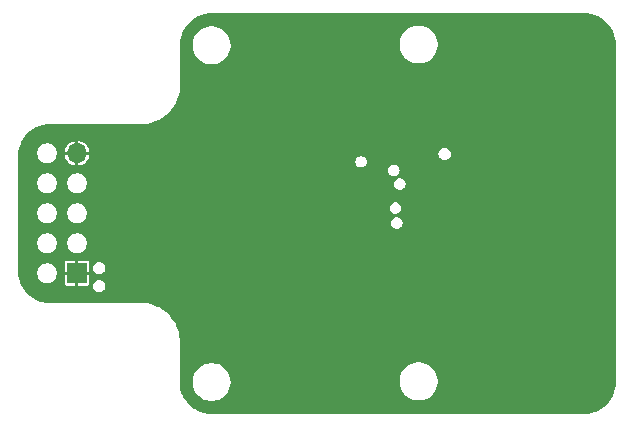
<source format=gbr>
%TF.GenerationSoftware,KiCad,Pcbnew,8.0.4*%
%TF.CreationDate,2024-07-26T08:44:17-07:00*%
%TF.ProjectId,GOLD,474f4c44-2e6b-4696-9361-645f70636258,0*%
%TF.SameCoordinates,Original*%
%TF.FileFunction,Copper,L2,Inr*%
%TF.FilePolarity,Positive*%
%FSLAX46Y46*%
G04 Gerber Fmt 4.6, Leading zero omitted, Abs format (unit mm)*
G04 Created by KiCad (PCBNEW 8.0.4) date 2024-07-26 08:44:17*
%MOMM*%
%LPD*%
G01*
G04 APERTURE LIST*
%TA.AperFunction,ComponentPad*%
%ADD10R,1.700000X1.700000*%
%TD*%
%TA.AperFunction,ComponentPad*%
%ADD11O,1.700000X1.700000*%
%TD*%
%TA.AperFunction,ViaPad*%
%ADD12C,0.350000*%
%TD*%
%TA.AperFunction,ViaPad*%
%ADD13C,0.500000*%
%TD*%
%TA.AperFunction,ViaPad*%
%ADD14C,0.800000*%
%TD*%
G04 APERTURE END LIST*
D10*
%TO.N,GND*%
%TO.C,J1*%
X-11391681Y9211679D03*
D11*
X-11391681Y19371679D03*
%TD*%
D12*
%TO.N,GND*%
X-6850481Y14732000D03*
X17533519Y17399000D03*
D13*
X33408519Y25578641D03*
D12*
X8897519Y14859000D03*
D14*
X13977519Y11811000D03*
D13*
X33484719Y14148641D03*
X33484719Y17958641D03*
X33484719Y21768641D03*
X33408519Y29388641D03*
X20962519Y18034000D03*
D12*
X8897519Y12827000D03*
D13*
X33484719Y6528641D03*
D14*
X-5707481Y8128000D03*
D13*
X33484719Y2718641D03*
D14*
X-5707481Y9652000D03*
D12*
X8897519Y17145000D03*
D14*
X-5453481Y19304000D03*
X16955869Y20320000D03*
D12*
X-6850481Y12700000D03*
X17152519Y14224000D03*
X-6850481Y17145000D03*
D13*
X33484719Y10338641D03*
%TD*%
%TA.AperFunction,Conductor*%
%TO.N,GND*%
G36*
X31555044Y31222663D02*
G01*
X31846703Y31206283D01*
X31860739Y31204702D01*
X32145244Y31156362D01*
X32159002Y31153222D01*
X32436309Y31073331D01*
X32449640Y31068666D01*
X32716249Y30958232D01*
X32728979Y30952101D01*
X32981548Y30812512D01*
X32993498Y30805003D01*
X33215277Y30647641D01*
X33228854Y30638008D01*
X33239901Y30629198D01*
X33455069Y30436910D01*
X33465051Y30426929D01*
X33657359Y30211735D01*
X33666150Y30200711D01*
X33801249Y30010306D01*
X33833148Y29965349D01*
X33840665Y29953385D01*
X33980247Y29700827D01*
X33986378Y29688097D01*
X34096810Y29421488D01*
X34101477Y29408151D01*
X34181363Y29130855D01*
X34184507Y29117079D01*
X34232842Y28832586D01*
X34234424Y28818545D01*
X34250820Y28526556D01*
X34251018Y28519492D01*
X34251018Y28465619D01*
X34251019Y28465606D01*
X34251019Y55326D01*
X34251018Y55308D01*
X34251018Y3535D01*
X34250820Y-3529D01*
X34234443Y-295187D01*
X34232861Y-309228D01*
X34184526Y-593722D01*
X34181382Y-607498D01*
X34101495Y-884797D01*
X34096828Y-898134D01*
X33986395Y-1164745D01*
X33980264Y-1177475D01*
X33840676Y-1430043D01*
X33833164Y-1441999D01*
X33666173Y-1677354D01*
X33657363Y-1688401D01*
X33465079Y-1903568D01*
X33455088Y-1913560D01*
X33239913Y-2105853D01*
X33228866Y-2114663D01*
X32993512Y-2281656D01*
X32981548Y-2289173D01*
X32728986Y-2428760D01*
X32716256Y-2434891D01*
X32449650Y-2545324D01*
X32436312Y-2549991D01*
X32159015Y-2629879D01*
X32145240Y-2633023D01*
X31860743Y-2681361D01*
X31846702Y-2682943D01*
X31555418Y-2699302D01*
X31548353Y-2699500D01*
X3540Y-2699500D01*
X-3525Y-2699302D01*
X-13780Y-2698726D01*
X-295179Y-2682921D01*
X-309219Y-2681339D01*
X-593720Y-2632999D01*
X-607496Y-2629854D01*
X-884777Y-2549968D01*
X-898107Y-2545305D01*
X-1164725Y-2434867D01*
X-1177452Y-2428737D01*
X-1430020Y-2289144D01*
X-1441983Y-2281627D01*
X-1677324Y-2114641D01*
X-1688371Y-2105831D01*
X-1903538Y-1913544D01*
X-1913529Y-1903553D01*
X-2105821Y-1688376D01*
X-2114619Y-1677344D01*
X-2281614Y-1441984D01*
X-2289127Y-1430026D01*
X-2428717Y-1177451D01*
X-2434847Y-1164721D01*
X-2545273Y-898125D01*
X-2549937Y-884797D01*
X-2629828Y-607481D01*
X-2632968Y-593722D01*
X-2681305Y-309221D01*
X-2682886Y-295184D01*
X-2699274Y-3342D01*
X-2699469Y4473D01*
X-2699199Y48494D01*
X-2698723Y126277D01*
X-1596981Y126277D01*
X-1596981Y-126277D01*
X-1557472Y-375721D01*
X-1557471Y-375725D01*
X-1482166Y-607493D01*
X-1479429Y-615914D01*
X-1364772Y-840941D01*
X-1216325Y-1045261D01*
X-1216323Y-1045263D01*
X-1216321Y-1045266D01*
X-1037748Y-1223839D01*
X-1037745Y-1223841D01*
X-1037742Y-1223844D01*
X-833422Y-1372291D01*
X-608395Y-1486948D01*
X-368202Y-1564991D01*
X-118758Y-1604500D01*
X-118755Y-1604500D01*
X133793Y-1604500D01*
X133796Y-1604500D01*
X383240Y-1564991D01*
X623433Y-1486948D01*
X848460Y-1372291D01*
X1052780Y-1223844D01*
X1231363Y-1045261D01*
X1379810Y-840941D01*
X1494467Y-615914D01*
X1572510Y-375721D01*
X1612019Y-126277D01*
X1612019Y126277D01*
X1603840Y177918D01*
X15929019Y177918D01*
X15929019Y-74636D01*
X15966176Y-309228D01*
X15968529Y-324084D01*
X16031216Y-517017D01*
X16046571Y-564273D01*
X16161228Y-789300D01*
X16309675Y-993620D01*
X16309677Y-993622D01*
X16309679Y-993625D01*
X16488252Y-1172198D01*
X16488255Y-1172200D01*
X16488258Y-1172203D01*
X16692578Y-1320650D01*
X16917605Y-1435307D01*
X17157798Y-1513350D01*
X17407242Y-1552859D01*
X17407245Y-1552859D01*
X17659793Y-1552859D01*
X17659796Y-1552859D01*
X17909240Y-1513350D01*
X18149433Y-1435307D01*
X18374460Y-1320650D01*
X18578780Y-1172203D01*
X18757363Y-993620D01*
X18905810Y-789300D01*
X19020467Y-564273D01*
X19098510Y-324080D01*
X19138019Y-74636D01*
X19138019Y177918D01*
X19098510Y427362D01*
X19020467Y667555D01*
X18905810Y892582D01*
X18757363Y1096902D01*
X18757360Y1096905D01*
X18757358Y1096908D01*
X18578785Y1275481D01*
X18578782Y1275483D01*
X18578780Y1275485D01*
X18374460Y1423932D01*
X18149433Y1538589D01*
X18149430Y1538590D01*
X18149428Y1538591D01*
X17909244Y1616631D01*
X17909242Y1616632D01*
X17909240Y1616632D01*
X17659796Y1656141D01*
X17407242Y1656141D01*
X17157798Y1616632D01*
X17157796Y1616632D01*
X17157793Y1616631D01*
X16917609Y1538591D01*
X16917603Y1538588D01*
X16692574Y1423930D01*
X16488255Y1275483D01*
X16488252Y1275481D01*
X16309679Y1096908D01*
X16309677Y1096905D01*
X16161230Y892586D01*
X16046572Y667557D01*
X16046569Y667551D01*
X15968529Y427367D01*
X15968528Y427364D01*
X15968528Y427362D01*
X15929019Y177918D01*
X1603840Y177918D01*
X1572510Y375721D01*
X1494467Y615914D01*
X1379810Y840941D01*
X1231363Y1045261D01*
X1231360Y1045264D01*
X1231358Y1045267D01*
X1052785Y1223840D01*
X1052782Y1223842D01*
X1052780Y1223844D01*
X848460Y1372291D01*
X623433Y1486948D01*
X623430Y1486949D01*
X623428Y1486950D01*
X383244Y1564990D01*
X383242Y1564991D01*
X383240Y1564991D01*
X133796Y1604500D01*
X-118758Y1604500D01*
X-368202Y1564991D01*
X-368204Y1564991D01*
X-368207Y1564990D01*
X-608391Y1486950D01*
X-608397Y1486947D01*
X-833426Y1372289D01*
X-1037745Y1223842D01*
X-1037748Y1223840D01*
X-1216321Y1045267D01*
X-1216323Y1045264D01*
X-1364770Y840945D01*
X-1479428Y615916D01*
X-1479431Y615910D01*
X-1557471Y375726D01*
X-1557472Y375723D01*
X-1557472Y375721D01*
X-1596981Y126277D01*
X-2698723Y126277D01*
X-2679186Y3318941D01*
X-2678993Y3321249D01*
X-2678831Y3376611D01*
X-2678830Y3377013D01*
X-2678818Y3379016D01*
X-2678592Y3415861D01*
X-2678594Y3415867D01*
X-2678555Y3422173D01*
X-2678752Y3425376D01*
X-2678398Y3550302D01*
X-2713635Y3894584D01*
X-2713635Y3894588D01*
X-2784733Y4233282D01*
X-2890907Y4562669D01*
X-2890913Y4562685D01*
X-2970110Y4741593D01*
X-3030995Y4879136D01*
X-3203451Y5179187D01*
X-3406381Y5459529D01*
X-3637552Y5717078D01*
X-3637559Y5717085D01*
X-3894413Y5948993D01*
X-3894424Y5949003D01*
X-4076460Y6081586D01*
X-4174163Y6152747D01*
X-4174165Y6152749D01*
X-4174170Y6152752D01*
X-4174174Y6152755D01*
X-4174181Y6152759D01*
X-4473718Y6326086D01*
X-4473722Y6326088D01*
X-4575800Y6371632D01*
X-4789766Y6467097D01*
X-4789772Y6467099D01*
X-4789781Y6467103D01*
X-5118848Y6574237D01*
X-5118857Y6574240D01*
X-5457322Y6646323D01*
X-5457333Y6646325D01*
X-5457334Y6646325D01*
X-5457337Y6646326D01*
X-5457341Y6646326D01*
X-5801514Y6682571D01*
X-5926750Y6682584D01*
X-5926822Y6682588D01*
X-5934993Y6682588D01*
X-5974551Y6682588D01*
X-5974557Y6682589D01*
X-6022147Y6682589D01*
X-6022148Y6682589D01*
X-6032296Y6682589D01*
X-6032308Y6682588D01*
X-13622484Y6682588D01*
X-13622496Y6682589D01*
X-13676705Y6682589D01*
X-13683768Y6682787D01*
X-13975427Y6699162D01*
X-13989468Y6700744D01*
X-14273965Y6749077D01*
X-14287741Y6752221D01*
X-14500736Y6813581D01*
X-14565045Y6832108D01*
X-14578374Y6836772D01*
X-14681509Y6879490D01*
X-14844983Y6947202D01*
X-14857714Y6953332D01*
X-15110285Y7092920D01*
X-15122249Y7100438D01*
X-15357597Y7267423D01*
X-15368644Y7276233D01*
X-15583822Y7468526D01*
X-15593813Y7478517D01*
X-15786108Y7693693D01*
X-15794918Y7704740D01*
X-15961904Y7940082D01*
X-15969422Y7952046D01*
X-16066670Y8128001D01*
X-10052760Y8128001D01*
X-10052760Y8128000D01*
X-10034522Y7989462D01*
X-9981047Y7860362D01*
X-9981042Y7860354D01*
X-9895981Y7749501D01*
X-9785128Y7664440D01*
X-9785121Y7664435D01*
X-9656021Y7610960D01*
X-9517481Y7592721D01*
X-9378941Y7610960D01*
X-9249841Y7664435D01*
X-9138982Y7749501D01*
X-9053916Y7860360D01*
X-9000441Y7989460D01*
X-8982202Y8128000D01*
X-9000441Y8266540D01*
X-9053916Y8395639D01*
X-9067163Y8412903D01*
X-9138982Y8506500D01*
X-9249835Y8591561D01*
X-9249843Y8591566D01*
X-9378943Y8645041D01*
X-9517481Y8663279D01*
X-9656020Y8645041D01*
X-9720571Y8618303D01*
X-9785120Y8591565D01*
X-9785121Y8591564D01*
X-9785127Y8591561D01*
X-9895981Y8506500D01*
X-9981042Y8395646D01*
X-9981045Y8395641D01*
X-9981046Y8395639D01*
X-9987118Y8380980D01*
X-10034522Y8266539D01*
X-10052760Y8128001D01*
X-16066670Y8128001D01*
X-16109013Y8204615D01*
X-16115144Y8217346D01*
X-16222085Y8475523D01*
X-16225578Y8483956D01*
X-16230244Y8497290D01*
X-16257403Y8591561D01*
X-16310134Y8774597D01*
X-16313274Y8788355D01*
X-16361615Y9072863D01*
X-16363196Y9086903D01*
X-16365609Y9129867D01*
X-16374797Y9293496D01*
X-14762381Y9293496D01*
X-14762381Y9129862D01*
X-14730457Y8969373D01*
X-14667837Y8818195D01*
X-14576928Y8682139D01*
X-14576927Y8682138D01*
X-14576922Y8682132D01*
X-14461229Y8566439D01*
X-14461223Y8566434D01*
X-14461221Y8566432D01*
X-14325165Y8475523D01*
X-14173987Y8412903D01*
X-14013498Y8380979D01*
X-14013493Y8380979D01*
X-13849869Y8380979D01*
X-13849864Y8380979D01*
X-13689375Y8412903D01*
X-13538197Y8475523D01*
X-13402141Y8566432D01*
X-13286434Y8682139D01*
X-13195525Y8818195D01*
X-13132905Y8969373D01*
X-13100981Y9129862D01*
X-13100981Y9293496D01*
X-13132905Y9453985D01*
X-13195525Y9605163D01*
X-13286434Y9741219D01*
X-13286436Y9741221D01*
X-13286441Y9741227D01*
X-13402134Y9856920D01*
X-13402140Y9856925D01*
X-13402141Y9856926D01*
X-13538197Y9947835D01*
X-13633529Y9987323D01*
X-13689372Y10010454D01*
X-13689375Y10010455D01*
X-13849864Y10042379D01*
X-14013498Y10042379D01*
X-14073216Y10030500D01*
X-14173988Y10010455D01*
X-14173991Y10010454D01*
X-14325165Y9947835D01*
X-14461223Y9856925D01*
X-14461229Y9856920D01*
X-14576922Y9741227D01*
X-14576927Y9741221D01*
X-14667837Y9605163D01*
X-14730456Y9453989D01*
X-14730457Y9453986D01*
X-14730457Y9453985D01*
X-14762381Y9293496D01*
X-16374797Y9293496D01*
X-16379537Y9377904D01*
X-16379735Y9384968D01*
X-16379735Y10081694D01*
X-12444881Y10081694D01*
X-12444881Y9338679D01*
X-11875289Y9338679D01*
X-11891681Y9277505D01*
X-11891681Y9145853D01*
X-11875289Y9084679D01*
X-12444881Y9084679D01*
X-12444881Y8341665D01*
X-12433091Y8282393D01*
X-12388181Y8215180D01*
X-12320968Y8170270D01*
X-12261696Y8158480D01*
X-12261690Y8158479D01*
X-11518681Y8158479D01*
X-11518681Y8728071D01*
X-11457507Y8711679D01*
X-11325855Y8711679D01*
X-11264681Y8728071D01*
X-11264681Y8158479D01*
X-10521672Y8158479D01*
X-10521667Y8158480D01*
X-10462395Y8170270D01*
X-10395182Y8215180D01*
X-10350272Y8282393D01*
X-10338482Y8341665D01*
X-10338481Y8341670D01*
X-10338481Y9084679D01*
X-10908073Y9084679D01*
X-10891681Y9145853D01*
X-10891681Y9277505D01*
X-10908073Y9338679D01*
X-10338481Y9338679D01*
X-10338481Y9652001D01*
X-10052760Y9652001D01*
X-10052760Y9652000D01*
X-10034522Y9513462D01*
X-9981047Y9384362D01*
X-9981042Y9384354D01*
X-9895981Y9273501D01*
X-9812073Y9209116D01*
X-9785121Y9188435D01*
X-9656021Y9134960D01*
X-9517481Y9116721D01*
X-9378941Y9134960D01*
X-9249841Y9188435D01*
X-9138982Y9273501D01*
X-9053916Y9384360D01*
X-9000441Y9513460D01*
X-8982202Y9652000D01*
X-9000441Y9790540D01*
X-9053916Y9919639D01*
X-9053921Y9919646D01*
X-9138982Y10030500D01*
X-9249835Y10115561D01*
X-9249843Y10115566D01*
X-9378943Y10169041D01*
X-9517481Y10187279D01*
X-9656020Y10169041D01*
X-9720571Y10142303D01*
X-9785120Y10115565D01*
X-9785121Y10115564D01*
X-9785127Y10115561D01*
X-9895981Y10030500D01*
X-9981042Y9919646D01*
X-9981045Y9919641D01*
X-9981046Y9919639D01*
X-10007023Y9856926D01*
X-10034522Y9790539D01*
X-10052760Y9652001D01*
X-10338481Y9652001D01*
X-10338481Y10081689D01*
X-10338482Y10081694D01*
X-10350272Y10140966D01*
X-10395182Y10208179D01*
X-10462395Y10253089D01*
X-10521667Y10264879D01*
X-11264681Y10264879D01*
X-11264681Y9695288D01*
X-11325855Y9711679D01*
X-11457507Y9711679D01*
X-11518681Y9695288D01*
X-11518681Y10264879D01*
X-12261696Y10264879D01*
X-12320968Y10253089D01*
X-12388181Y10208179D01*
X-12433091Y10140966D01*
X-12444881Y10081694D01*
X-16379735Y10081694D01*
X-16379735Y11833496D01*
X-14762381Y11833496D01*
X-14762381Y11669862D01*
X-14730457Y11509373D01*
X-14667837Y11358195D01*
X-14576928Y11222139D01*
X-14576927Y11222138D01*
X-14576922Y11222132D01*
X-14461229Y11106439D01*
X-14461223Y11106434D01*
X-14461221Y11106432D01*
X-14325165Y11015523D01*
X-14173987Y10952903D01*
X-14013498Y10920979D01*
X-14013493Y10920979D01*
X-13849869Y10920979D01*
X-13849864Y10920979D01*
X-13689375Y10952903D01*
X-13538197Y11015523D01*
X-13402141Y11106432D01*
X-13286434Y11222139D01*
X-13195525Y11358195D01*
X-13132905Y11509373D01*
X-13100981Y11669862D01*
X-13100981Y11833496D01*
X-12222381Y11833496D01*
X-12222381Y11669862D01*
X-12190457Y11509373D01*
X-12127837Y11358195D01*
X-12036928Y11222139D01*
X-12036927Y11222138D01*
X-12036922Y11222132D01*
X-11921229Y11106439D01*
X-11921223Y11106434D01*
X-11921221Y11106432D01*
X-11785165Y11015523D01*
X-11633987Y10952903D01*
X-11473498Y10920979D01*
X-11473493Y10920979D01*
X-11309869Y10920979D01*
X-11309864Y10920979D01*
X-11149375Y10952903D01*
X-10998197Y11015523D01*
X-10862141Y11106432D01*
X-10746434Y11222139D01*
X-10655525Y11358195D01*
X-10592905Y11509373D01*
X-10560981Y11669862D01*
X-10560981Y11833496D01*
X-10592905Y11993985D01*
X-10655525Y12145163D01*
X-10746434Y12281219D01*
X-10746436Y12281221D01*
X-10746441Y12281227D01*
X-10862134Y12396920D01*
X-10862140Y12396925D01*
X-10862141Y12396926D01*
X-10998197Y12487835D01*
X-11093529Y12527323D01*
X-11149372Y12550454D01*
X-11149375Y12550455D01*
X-11309864Y12582379D01*
X-11473498Y12582379D01*
X-11553743Y12566417D01*
X-11633988Y12550455D01*
X-11633991Y12550454D01*
X-11785165Y12487835D01*
X-11921223Y12396925D01*
X-11921229Y12396920D01*
X-12036922Y12281227D01*
X-12036927Y12281221D01*
X-12127837Y12145163D01*
X-12190456Y11993989D01*
X-12190457Y11993986D01*
X-12190457Y11993985D01*
X-12222381Y11833496D01*
X-13100981Y11833496D01*
X-13132905Y11993985D01*
X-13195525Y12145163D01*
X-13286434Y12281219D01*
X-13286436Y12281221D01*
X-13286441Y12281227D01*
X-13402134Y12396920D01*
X-13402140Y12396925D01*
X-13402141Y12396926D01*
X-13538197Y12487835D01*
X-13633529Y12527323D01*
X-13689372Y12550454D01*
X-13689375Y12550455D01*
X-13849864Y12582379D01*
X-14013498Y12582379D01*
X-14093743Y12566417D01*
X-14173988Y12550455D01*
X-14173991Y12550454D01*
X-14325165Y12487835D01*
X-14461223Y12396925D01*
X-14461229Y12396920D01*
X-14576922Y12281227D01*
X-14576927Y12281221D01*
X-14667837Y12145163D01*
X-14730456Y11993989D01*
X-14730457Y11993986D01*
X-14730457Y11993985D01*
X-14762381Y11833496D01*
X-16379735Y11833496D01*
X-16379735Y14373496D01*
X-14762381Y14373496D01*
X-14762381Y14209862D01*
X-14730457Y14049373D01*
X-14667837Y13898195D01*
X-14621618Y13829023D01*
X-14576927Y13762138D01*
X-14576922Y13762132D01*
X-14461229Y13646439D01*
X-14461223Y13646434D01*
X-14461221Y13646432D01*
X-14325165Y13555523D01*
X-14173987Y13492903D01*
X-14013498Y13460979D01*
X-14013493Y13460979D01*
X-13849869Y13460979D01*
X-13849864Y13460979D01*
X-13689375Y13492903D01*
X-13538197Y13555523D01*
X-13402141Y13646432D01*
X-13286434Y13762139D01*
X-13195525Y13898195D01*
X-13132905Y14049373D01*
X-13100981Y14209862D01*
X-13100981Y14373496D01*
X-12222381Y14373496D01*
X-12222381Y14209862D01*
X-12190457Y14049373D01*
X-12127837Y13898195D01*
X-12081618Y13829023D01*
X-12036927Y13762138D01*
X-12036922Y13762132D01*
X-11921229Y13646439D01*
X-11921223Y13646434D01*
X-11921221Y13646432D01*
X-11785165Y13555523D01*
X-11633987Y13492903D01*
X-11473498Y13460979D01*
X-11473493Y13460979D01*
X-11309869Y13460979D01*
X-11309864Y13460979D01*
X-11304711Y13462004D01*
X15200226Y13462004D01*
X15200226Y13461997D01*
X15219896Y13325186D01*
X15219898Y13325180D01*
X15277322Y13199438D01*
X15367837Y13094978D01*
X15367841Y13094975D01*
X15425983Y13057610D01*
X15484126Y13020244D01*
X15590474Y12989017D01*
X15616751Y12981301D01*
X15616752Y12981301D01*
X15616755Y12981300D01*
X15616758Y12981300D01*
X15754980Y12981300D01*
X15754983Y12981300D01*
X15887612Y13020244D01*
X16003898Y13094976D01*
X16094418Y13199442D01*
X16151840Y13325179D01*
X16152130Y13327203D01*
X16171512Y13461997D01*
X16171512Y13462004D01*
X16151841Y13598815D01*
X16151840Y13598816D01*
X16151840Y13598821D01*
X16094418Y13724558D01*
X16094416Y13724560D01*
X16094415Y13724563D01*
X16003900Y13829023D01*
X16003896Y13829026D01*
X15887612Y13903756D01*
X15754986Y13942700D01*
X15754983Y13942700D01*
X15616755Y13942700D01*
X15616751Y13942700D01*
X15484125Y13903756D01*
X15367841Y13829026D01*
X15367837Y13829023D01*
X15277322Y13724563D01*
X15219898Y13598821D01*
X15219896Y13598815D01*
X15200226Y13462004D01*
X-11304711Y13462004D01*
X-11149375Y13492903D01*
X-10998197Y13555523D01*
X-10862141Y13646432D01*
X-10746434Y13762139D01*
X-10655525Y13898195D01*
X-10592905Y14049373D01*
X-10560981Y14209862D01*
X-10560981Y14373496D01*
X-10592905Y14533985D01*
X-10655525Y14685163D01*
X-10686823Y14732004D01*
X15092076Y14732004D01*
X15092076Y14731997D01*
X15111746Y14595186D01*
X15111747Y14595181D01*
X15111748Y14595179D01*
X15169170Y14469442D01*
X15169172Y14469438D01*
X15259687Y14364978D01*
X15259691Y14364975D01*
X15317833Y14327610D01*
X15375976Y14290244D01*
X15482324Y14259017D01*
X15508601Y14251301D01*
X15508602Y14251301D01*
X15508605Y14251300D01*
X15508608Y14251300D01*
X15646830Y14251300D01*
X15646833Y14251300D01*
X15779462Y14290244D01*
X15895748Y14364976D01*
X15986268Y14469442D01*
X16043690Y14595179D01*
X16063362Y14732000D01*
X16063362Y14732004D01*
X16043691Y14868815D01*
X16043690Y14868816D01*
X16043690Y14868821D01*
X15986268Y14994558D01*
X15986266Y14994560D01*
X15986265Y14994563D01*
X15895750Y15099023D01*
X15895746Y15099026D01*
X15779462Y15173756D01*
X15646836Y15212700D01*
X15646833Y15212700D01*
X15508605Y15212700D01*
X15508601Y15212700D01*
X15375975Y15173756D01*
X15259691Y15099026D01*
X15259687Y15099023D01*
X15169172Y14994563D01*
X15111748Y14868821D01*
X15111746Y14868815D01*
X15092076Y14732004D01*
X-10686823Y14732004D01*
X-10746434Y14821219D01*
X-10746436Y14821221D01*
X-10746441Y14821227D01*
X-10862134Y14936920D01*
X-10862140Y14936925D01*
X-10862141Y14936926D01*
X-10998197Y15027835D01*
X-11093529Y15067323D01*
X-11149372Y15090454D01*
X-11149375Y15090455D01*
X-11309864Y15122379D01*
X-11473498Y15122379D01*
X-11553743Y15106417D01*
X-11633988Y15090455D01*
X-11633991Y15090454D01*
X-11785165Y15027835D01*
X-11921223Y14936925D01*
X-11921229Y14936920D01*
X-12036922Y14821227D01*
X-12036927Y14821221D01*
X-12127837Y14685163D01*
X-12190456Y14533989D01*
X-12190457Y14533986D01*
X-12206419Y14453741D01*
X-12222381Y14373496D01*
X-13100981Y14373496D01*
X-13132905Y14533985D01*
X-13195525Y14685163D01*
X-13286434Y14821219D01*
X-13286436Y14821221D01*
X-13286441Y14821227D01*
X-13402134Y14936920D01*
X-13402140Y14936925D01*
X-13402141Y14936926D01*
X-13538197Y15027835D01*
X-13633529Y15067323D01*
X-13689372Y15090454D01*
X-13689375Y15090455D01*
X-13849864Y15122379D01*
X-14013498Y15122379D01*
X-14093743Y15106417D01*
X-14173988Y15090455D01*
X-14173991Y15090454D01*
X-14325165Y15027835D01*
X-14461223Y14936925D01*
X-14461229Y14936920D01*
X-14576922Y14821227D01*
X-14576927Y14821221D01*
X-14667837Y14685163D01*
X-14730456Y14533989D01*
X-14730457Y14533986D01*
X-14746419Y14453741D01*
X-14762381Y14373496D01*
X-16379735Y14373496D01*
X-16379735Y16913496D01*
X-14762381Y16913496D01*
X-14762381Y16749862D01*
X-14730457Y16589373D01*
X-14667837Y16438195D01*
X-14576928Y16302139D01*
X-14576927Y16302138D01*
X-14576922Y16302132D01*
X-14461229Y16186439D01*
X-14461223Y16186434D01*
X-14461221Y16186432D01*
X-14325165Y16095523D01*
X-14173987Y16032903D01*
X-14013498Y16000979D01*
X-14013493Y16000979D01*
X-13849869Y16000979D01*
X-13849864Y16000979D01*
X-13689375Y16032903D01*
X-13538197Y16095523D01*
X-13402141Y16186432D01*
X-13286434Y16302139D01*
X-13195525Y16438195D01*
X-13132905Y16589373D01*
X-13100981Y16749862D01*
X-13100981Y16913496D01*
X-12222381Y16913496D01*
X-12222381Y16749862D01*
X-12190457Y16589373D01*
X-12127837Y16438195D01*
X-12036928Y16302139D01*
X-12036927Y16302138D01*
X-12036922Y16302132D01*
X-11921229Y16186439D01*
X-11921223Y16186434D01*
X-11921221Y16186432D01*
X-11785165Y16095523D01*
X-11633987Y16032903D01*
X-11473498Y16000979D01*
X-11473493Y16000979D01*
X-11309869Y16000979D01*
X-11309864Y16000979D01*
X-11149375Y16032903D01*
X-10998197Y16095523D01*
X-10862141Y16186432D01*
X-10746434Y16302139D01*
X-10655525Y16438195D01*
X-10592905Y16589373D01*
X-10560981Y16749862D01*
X-10560981Y16764004D01*
X15454226Y16764004D01*
X15454226Y16763997D01*
X15473896Y16627186D01*
X15473897Y16627181D01*
X15473898Y16627179D01*
X15491165Y16589370D01*
X15531322Y16501438D01*
X15621837Y16396978D01*
X15621841Y16396975D01*
X15679983Y16359610D01*
X15738126Y16322244D01*
X15844474Y16291017D01*
X15870751Y16283301D01*
X15870752Y16283301D01*
X15870755Y16283300D01*
X15870758Y16283300D01*
X16008980Y16283300D01*
X16008983Y16283300D01*
X16141612Y16322244D01*
X16257898Y16396976D01*
X16257900Y16396978D01*
X16348415Y16501438D01*
X16348415Y16501440D01*
X16348418Y16501442D01*
X16405840Y16627179D01*
X16406130Y16629203D01*
X16425512Y16763997D01*
X16425512Y16764004D01*
X16405841Y16900815D01*
X16405840Y16900816D01*
X16405840Y16900821D01*
X16348418Y17026558D01*
X16348416Y17026560D01*
X16348415Y17026563D01*
X16257900Y17131023D01*
X16257896Y17131026D01*
X16141612Y17205756D01*
X16008986Y17244700D01*
X16008983Y17244700D01*
X15870755Y17244700D01*
X15870751Y17244700D01*
X15738125Y17205756D01*
X15621841Y17131026D01*
X15621837Y17131023D01*
X15531322Y17026563D01*
X15473898Y16900821D01*
X15473896Y16900815D01*
X15454226Y16764004D01*
X-10560981Y16764004D01*
X-10560981Y16913496D01*
X-10592905Y17073985D01*
X-10655525Y17225163D01*
X-10746434Y17361219D01*
X-10746436Y17361221D01*
X-10746441Y17361227D01*
X-10862134Y17476920D01*
X-10862140Y17476925D01*
X-10862141Y17476926D01*
X-10998197Y17567835D01*
X-11093529Y17607323D01*
X-11149372Y17630454D01*
X-11149375Y17630455D01*
X-11309864Y17662379D01*
X-11473498Y17662379D01*
X-11553743Y17646417D01*
X-11633988Y17630455D01*
X-11633991Y17630454D01*
X-11785165Y17567835D01*
X-11921223Y17476925D01*
X-11921229Y17476920D01*
X-12036922Y17361227D01*
X-12036927Y17361221D01*
X-12127837Y17225163D01*
X-12190456Y17073989D01*
X-12190457Y17073986D01*
X-12190457Y17073985D01*
X-12222381Y16913496D01*
X-13100981Y16913496D01*
X-13132905Y17073985D01*
X-13195525Y17225163D01*
X-13286434Y17361219D01*
X-13286436Y17361221D01*
X-13286441Y17361227D01*
X-13402134Y17476920D01*
X-13402140Y17476925D01*
X-13402141Y17476926D01*
X-13538197Y17567835D01*
X-13633529Y17607323D01*
X-13689372Y17630454D01*
X-13689375Y17630455D01*
X-13849864Y17662379D01*
X-14013498Y17662379D01*
X-14093743Y17646417D01*
X-14173988Y17630455D01*
X-14173991Y17630454D01*
X-14325165Y17567835D01*
X-14461223Y17476925D01*
X-14461229Y17476920D01*
X-14576922Y17361227D01*
X-14576927Y17361221D01*
X-14667837Y17225163D01*
X-14730456Y17073989D01*
X-14730457Y17073986D01*
X-14730457Y17073985D01*
X-14762381Y16913496D01*
X-16379735Y16913496D01*
X-16379735Y17907004D01*
X14946226Y17907004D01*
X14946226Y17906997D01*
X14965896Y17770186D01*
X14965897Y17770181D01*
X14965898Y17770179D01*
X15023320Y17644442D01*
X15023322Y17644438D01*
X15113837Y17539978D01*
X15113841Y17539975D01*
X15171983Y17502610D01*
X15230126Y17465244D01*
X15336474Y17434017D01*
X15362751Y17426301D01*
X15362752Y17426301D01*
X15362755Y17426300D01*
X15362758Y17426300D01*
X15500980Y17426300D01*
X15500983Y17426300D01*
X15633612Y17465244D01*
X15749898Y17539976D01*
X15774038Y17567835D01*
X15840415Y17644438D01*
X15840415Y17644440D01*
X15840418Y17644442D01*
X15897840Y17770179D01*
X15917512Y17907000D01*
X15917512Y17907004D01*
X15897841Y18043815D01*
X15897840Y18043816D01*
X15897840Y18043821D01*
X15840418Y18169558D01*
X15840416Y18169560D01*
X15840415Y18169563D01*
X15749900Y18274023D01*
X15749896Y18274026D01*
X15633612Y18348756D01*
X15500986Y18387700D01*
X15500983Y18387700D01*
X15362755Y18387700D01*
X15362751Y18387700D01*
X15230125Y18348756D01*
X15113841Y18274026D01*
X15113837Y18274023D01*
X15023322Y18169563D01*
X14965898Y18043821D01*
X14965896Y18043815D01*
X14946226Y17907004D01*
X-16379735Y17907004D01*
X-16379735Y19141630D01*
X-16379537Y19148694D01*
X-16371610Y19289862D01*
X-16363159Y19440358D01*
X-16361678Y19453496D01*
X-14762381Y19453496D01*
X-14762381Y19289862D01*
X-14730457Y19129373D01*
X-14667837Y18978195D01*
X-14576928Y18842139D01*
X-14576927Y18842138D01*
X-14576922Y18842132D01*
X-14461229Y18726439D01*
X-14461223Y18726434D01*
X-14461221Y18726432D01*
X-14325165Y18635523D01*
X-14173987Y18572903D01*
X-14013498Y18540979D01*
X-14013493Y18540979D01*
X-13849869Y18540979D01*
X-13849864Y18540979D01*
X-13689375Y18572903D01*
X-13538197Y18635523D01*
X-13402141Y18726432D01*
X-13286434Y18842139D01*
X-13195525Y18978195D01*
X-13132905Y19129373D01*
X-13100981Y19289862D01*
X-13100981Y19453496D01*
X-13109969Y19498680D01*
X-12437469Y19498680D01*
X-12437468Y19498679D01*
X-11875289Y19498679D01*
X-11891681Y19437505D01*
X-11891681Y19305853D01*
X-11875289Y19244679D01*
X-12437468Y19244679D01*
X-12429644Y19165224D01*
X-12369419Y18966687D01*
X-12271622Y18783721D01*
X-12140009Y18623352D01*
X-11979640Y18491739D01*
X-11796674Y18393942D01*
X-11598137Y18333717D01*
X-11518682Y18325892D01*
X-11518681Y18325893D01*
X-11518681Y18888071D01*
X-11457507Y18871679D01*
X-11325855Y18871679D01*
X-11264681Y18888071D01*
X-11264681Y18325892D01*
X-11185226Y18333717D01*
X-10986689Y18393942D01*
X-10803723Y18491739D01*
X-10643354Y18623352D01*
X-10626733Y18643604D01*
X12171076Y18643604D01*
X12171076Y18643597D01*
X12190746Y18506786D01*
X12190747Y18506781D01*
X12190748Y18506779D01*
X12248170Y18381042D01*
X12248172Y18381038D01*
X12338687Y18276578D01*
X12338691Y18276575D01*
X12396833Y18239210D01*
X12454976Y18201844D01*
X12561324Y18170617D01*
X12587601Y18162901D01*
X12587602Y18162901D01*
X12587605Y18162900D01*
X12587608Y18162900D01*
X12725830Y18162900D01*
X12725833Y18162900D01*
X12858462Y18201844D01*
X12974748Y18276576D01*
X12974750Y18276578D01*
X13065265Y18381038D01*
X13065265Y18381040D01*
X13065268Y18381042D01*
X13122690Y18506779D01*
X13132197Y18572903D01*
X13142362Y18643597D01*
X13142362Y18643604D01*
X13122691Y18780415D01*
X13122690Y18780416D01*
X13122690Y18780421D01*
X13065268Y18906158D01*
X13065266Y18906160D01*
X13065265Y18906163D01*
X12974750Y19010623D01*
X12974746Y19010626D01*
X12858462Y19085356D01*
X12725836Y19124300D01*
X12725833Y19124300D01*
X12587605Y19124300D01*
X12587601Y19124300D01*
X12454975Y19085356D01*
X12338691Y19010626D01*
X12338687Y19010623D01*
X12248172Y18906163D01*
X12190748Y18780421D01*
X12190746Y18780415D01*
X12171076Y18643604D01*
X-10626733Y18643604D01*
X-10511741Y18783721D01*
X-10413944Y18966687D01*
X-10353719Y19165224D01*
X-10345894Y19244679D01*
X-10908073Y19244679D01*
X-10892177Y19304001D01*
X19214590Y19304001D01*
X19214590Y19304000D01*
X19232828Y19165462D01*
X19286303Y19036362D01*
X19286308Y19036354D01*
X19371369Y18925501D01*
X19480017Y18842132D01*
X19482229Y18840435D01*
X19611329Y18786960D01*
X19749869Y18768721D01*
X19888409Y18786960D01*
X20017509Y18840435D01*
X20128368Y18925501D01*
X20213434Y19036360D01*
X20266909Y19165460D01*
X20285148Y19304000D01*
X20266909Y19442540D01*
X20213434Y19571639D01*
X20213429Y19571646D01*
X20128368Y19682500D01*
X20017515Y19767561D01*
X20017507Y19767566D01*
X19888407Y19821041D01*
X19749869Y19839279D01*
X19611330Y19821041D01*
X19546779Y19794303D01*
X19482230Y19767565D01*
X19482229Y19767564D01*
X19482223Y19767561D01*
X19371369Y19682500D01*
X19286308Y19571646D01*
X19286305Y19571641D01*
X19286304Y19571639D01*
X19259566Y19507090D01*
X19232828Y19442539D01*
X19214590Y19304001D01*
X-10892177Y19304001D01*
X-10891681Y19305853D01*
X-10891681Y19437505D01*
X-10908073Y19498679D01*
X-10345894Y19498679D01*
X-10345894Y19498680D01*
X-10353719Y19578135D01*
X-10413944Y19776672D01*
X-10511741Y19959638D01*
X-10643354Y20120007D01*
X-10803723Y20251620D01*
X-10986688Y20349417D01*
X-11185221Y20409640D01*
X-11264681Y20417467D01*
X-11264681Y19855288D01*
X-11325855Y19871679D01*
X-11457507Y19871679D01*
X-11518681Y19855288D01*
X-11518681Y20417467D01*
X-11598142Y20409640D01*
X-11796675Y20349417D01*
X-11979640Y20251620D01*
X-12140009Y20120007D01*
X-12271622Y19959638D01*
X-12369419Y19776672D01*
X-12429644Y19578135D01*
X-12437469Y19498680D01*
X-13109969Y19498680D01*
X-13132905Y19613985D01*
X-13195525Y19765163D01*
X-13286434Y19901219D01*
X-13286436Y19901221D01*
X-13286441Y19901227D01*
X-13402134Y20016920D01*
X-13402140Y20016925D01*
X-13402141Y20016926D01*
X-13538197Y20107835D01*
X-13633529Y20147323D01*
X-13689372Y20170454D01*
X-13689375Y20170455D01*
X-13849864Y20202379D01*
X-14013498Y20202379D01*
X-14093743Y20186417D01*
X-14173988Y20170455D01*
X-14173991Y20170454D01*
X-14325165Y20107835D01*
X-14461223Y20016925D01*
X-14461229Y20016920D01*
X-14576922Y19901227D01*
X-14576927Y19901221D01*
X-14667837Y19765163D01*
X-14730456Y19613989D01*
X-14730457Y19613986D01*
X-14730457Y19613985D01*
X-14762381Y19453496D01*
X-16361678Y19453496D01*
X-16361577Y19454393D01*
X-16313239Y19738898D01*
X-16310097Y19752659D01*
X-16230208Y20029957D01*
X-16225544Y20043287D01*
X-16172869Y20170454D01*
X-16115109Y20309900D01*
X-16108980Y20322625D01*
X-15969392Y20575191D01*
X-15961882Y20587145D01*
X-15794881Y20822509D01*
X-15786083Y20833541D01*
X-15593779Y21048726D01*
X-15583807Y21058698D01*
X-15368622Y21250997D01*
X-15357586Y21259798D01*
X-15122219Y21426797D01*
X-15110285Y21434297D01*
X-14857682Y21573903D01*
X-14844977Y21580020D01*
X-14578347Y21690458D01*
X-14565049Y21695112D01*
X-14287721Y21775005D01*
X-14273968Y21778144D01*
X-13989456Y21826481D01*
X-13975432Y21828061D01*
X-13723023Y21842232D01*
X-13683142Y21844470D01*
X-13676081Y21844668D01*
X-13632645Y21844667D01*
X-13632642Y21844668D01*
X-6023981Y21844668D01*
X-6023927Y21844653D01*
X-5971752Y21844654D01*
X-5971752Y21844653D01*
X-5798781Y21844655D01*
X-5454732Y21880819D01*
X-5116349Y21952747D01*
X-4787337Y22059651D01*
X-4471303Y22200361D01*
X-4171708Y22373334D01*
X-3891834Y22576676D01*
X-3634748Y22808158D01*
X-3403267Y23065245D01*
X-3199927Y23345119D01*
X-3026955Y23644716D01*
X-2886247Y23960751D01*
X-2779344Y24289763D01*
X-2707418Y24628147D01*
X-2671256Y24972195D01*
X-2671256Y25097413D01*
X-2671152Y25099021D01*
X-2671169Y25106278D01*
X-2671167Y25106282D01*
X-2671255Y25145368D01*
X-2671255Y25192761D01*
X-2671255Y25201623D01*
X-2671386Y25203257D01*
X-2678853Y28519708D01*
X-2678655Y28527046D01*
X-2671771Y28649636D01*
X-1596981Y28649636D01*
X-1596981Y28397082D01*
X-1557472Y28147638D01*
X-1479429Y27907445D01*
X-1364772Y27682418D01*
X-1216325Y27478098D01*
X-1216323Y27478096D01*
X-1216321Y27478093D01*
X-1037748Y27299520D01*
X-1037745Y27299518D01*
X-1037742Y27299515D01*
X-833422Y27151068D01*
X-608395Y27036411D01*
X-368202Y26958368D01*
X-118758Y26918859D01*
X-118755Y26918859D01*
X133793Y26918859D01*
X133796Y26918859D01*
X383240Y26958368D01*
X623433Y27036411D01*
X848460Y27151068D01*
X1052780Y27299515D01*
X1231363Y27478098D01*
X1379810Y27682418D01*
X1494467Y27907445D01*
X1572510Y28147638D01*
X1612019Y28397082D01*
X1612019Y28649636D01*
X1603840Y28701277D01*
X15929019Y28701277D01*
X15929019Y28448723D01*
X15968528Y28199279D01*
X16046571Y27959086D01*
X16161228Y27734059D01*
X16309675Y27529739D01*
X16309677Y27529737D01*
X16309679Y27529734D01*
X16488252Y27351161D01*
X16488255Y27351159D01*
X16488258Y27351156D01*
X16692578Y27202709D01*
X16917605Y27088052D01*
X17157798Y27010009D01*
X17407242Y26970500D01*
X17407245Y26970500D01*
X17659793Y26970500D01*
X17659796Y26970500D01*
X17909240Y27010009D01*
X18149433Y27088052D01*
X18374460Y27202709D01*
X18578780Y27351156D01*
X18757363Y27529739D01*
X18905810Y27734059D01*
X19020467Y27959086D01*
X19098510Y28199279D01*
X19138019Y28448723D01*
X19138019Y28701277D01*
X19098510Y28950721D01*
X19020467Y29190914D01*
X18905810Y29415941D01*
X18757363Y29620261D01*
X18757360Y29620264D01*
X18757358Y29620267D01*
X18578785Y29798840D01*
X18578782Y29798842D01*
X18578780Y29798844D01*
X18374460Y29947291D01*
X18149433Y30061948D01*
X18149430Y30061949D01*
X18149428Y30061950D01*
X17909244Y30139990D01*
X17909242Y30139991D01*
X17909240Y30139991D01*
X17659796Y30179500D01*
X17407242Y30179500D01*
X17157798Y30139991D01*
X17157796Y30139991D01*
X17157793Y30139990D01*
X16917609Y30061950D01*
X16917603Y30061947D01*
X16692574Y29947289D01*
X16488255Y29798842D01*
X16488252Y29798840D01*
X16309679Y29620267D01*
X16309677Y29620264D01*
X16161230Y29415945D01*
X16046572Y29190916D01*
X16046569Y29190910D01*
X15968529Y28950726D01*
X15968528Y28950723D01*
X15968528Y28950721D01*
X15929019Y28701277D01*
X1603840Y28701277D01*
X1572510Y28899080D01*
X1494467Y29139273D01*
X1379810Y29364300D01*
X1231363Y29568620D01*
X1231360Y29568623D01*
X1231358Y29568626D01*
X1052785Y29747199D01*
X1052782Y29747201D01*
X1052780Y29747203D01*
X848460Y29895650D01*
X623433Y30010307D01*
X623430Y30010308D01*
X623428Y30010309D01*
X383244Y30088349D01*
X383242Y30088350D01*
X383240Y30088350D01*
X133796Y30127859D01*
X-118758Y30127859D01*
X-368202Y30088350D01*
X-368204Y30088350D01*
X-368207Y30088349D01*
X-608391Y30010309D01*
X-608397Y30010306D01*
X-833426Y29895648D01*
X-1037745Y29747201D01*
X-1037748Y29747199D01*
X-1216321Y29568626D01*
X-1216323Y29568623D01*
X-1364770Y29364304D01*
X-1479428Y29139275D01*
X-1479431Y29139269D01*
X-1557471Y28899085D01*
X-1557472Y28899082D01*
X-1557472Y28899080D01*
X-1596981Y28649636D01*
X-2671771Y28649636D01*
X-2662286Y28818546D01*
X-2660704Y28832587D01*
X-2612365Y29117098D01*
X-2609224Y29130855D01*
X-2529334Y29408168D01*
X-2524679Y29421472D01*
X-2414236Y29688107D01*
X-2408107Y29700831D01*
X-2404269Y29707774D01*
X-2268523Y29953391D01*
X-2261013Y29965344D01*
X-2094010Y30200714D01*
X-2085201Y30211757D01*
X-1985427Y30323405D01*
X-1892908Y30426935D01*
X-1882937Y30436906D01*
X-1667757Y30629202D01*
X-1656713Y30638009D01*
X-1421346Y30805011D01*
X-1409393Y30812521D01*
X-1156827Y30952109D01*
X-1144109Y30958234D01*
X-877474Y31068677D01*
X-864170Y31073332D01*
X-586843Y31153226D01*
X-573100Y31156363D01*
X-288582Y31204703D01*
X-274555Y31206284D01*
X17112Y31222662D01*
X24172Y31222859D01*
X68232Y31222858D01*
X68234Y31222859D01*
X86879Y31222859D01*
X86894Y31222860D01*
X31547980Y31222860D01*
X31555044Y31222663D01*
G37*
%TD.AperFunction*%
%TD*%
M02*

</source>
